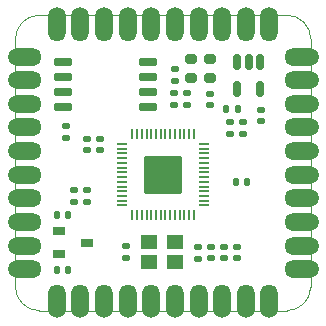
<source format=gts>
G04 #@! TF.GenerationSoftware,KiCad,Pcbnew,(6.99.0-1912-g359c99991b)*
G04 #@! TF.CreationDate,2022-08-15T10:18:15+07:00*
G04 #@! TF.ProjectId,rp2040_bento,72703230-3430-45f6-9265-6e746f2e6b69,1*
G04 #@! TF.SameCoordinates,Original*
G04 #@! TF.FileFunction,Soldermask,Top*
G04 #@! TF.FilePolarity,Negative*
%FSLAX46Y46*%
G04 Gerber Fmt 4.6, Leading zero omitted, Abs format (unit mm)*
G04 Created by KiCad (PCBNEW (6.99.0-1912-g359c99991b)) date 2022-08-15 10:18:15*
%MOMM*%
%LPD*%
G01*
G04 APERTURE LIST*
G04 Aperture macros list*
%AMRoundRect*
0 Rectangle with rounded corners*
0 $1 Rounding radius*
0 $2 $3 $4 $5 $6 $7 $8 $9 X,Y pos of 4 corners*
0 Add a 4 corners polygon primitive as box body*
4,1,4,$2,$3,$4,$5,$6,$7,$8,$9,$2,$3,0*
0 Add four circle primitives for the rounded corners*
1,1,$1+$1,$2,$3*
1,1,$1+$1,$4,$5*
1,1,$1+$1,$6,$7*
1,1,$1+$1,$8,$9*
0 Add four rect primitives between the rounded corners*
20,1,$1+$1,$2,$3,$4,$5,0*
20,1,$1+$1,$4,$5,$6,$7,0*
20,1,$1+$1,$6,$7,$8,$9,0*
20,1,$1+$1,$8,$9,$2,$3,0*%
G04 Aperture macros list end*
%ADD10RoundRect,0.150000X-0.650000X-0.150000X0.650000X-0.150000X0.650000X0.150000X-0.650000X0.150000X0*%
%ADD11C,1.500000*%
%ADD12O,1.500000X2.800000*%
%ADD13RoundRect,0.140000X-0.170000X0.140000X-0.170000X-0.140000X0.170000X-0.140000X0.170000X0.140000X0*%
%ADD14O,2.800000X1.500000*%
%ADD15RoundRect,0.140000X0.170000X-0.140000X0.170000X0.140000X-0.170000X0.140000X-0.170000X-0.140000X0*%
%ADD16RoundRect,0.200000X0.275000X-0.200000X0.275000X0.200000X-0.275000X0.200000X-0.275000X-0.200000X0*%
%ADD17RoundRect,0.140000X0.140000X0.170000X-0.140000X0.170000X-0.140000X-0.170000X0.140000X-0.170000X0*%
%ADD18RoundRect,0.135000X-0.135000X-0.185000X0.135000X-0.185000X0.135000X0.185000X-0.135000X0.185000X0*%
%ADD19R,1.000000X0.800000*%
%ADD20RoundRect,0.050000X-0.387500X-0.050000X0.387500X-0.050000X0.387500X0.050000X-0.387500X0.050000X0*%
%ADD21RoundRect,0.050000X-0.050000X-0.387500X0.050000X-0.387500X0.050000X0.387500X-0.050000X0.387500X0*%
%ADD22RoundRect,0.144000X-1.456000X-1.456000X1.456000X-1.456000X1.456000X1.456000X-1.456000X1.456000X0*%
%ADD23R,1.400000X1.200000*%
%ADD24RoundRect,0.150000X-0.150000X0.512500X-0.150000X-0.512500X0.150000X-0.512500X0.150000X0.512500X0*%
%ADD25RoundRect,0.135000X-0.185000X0.135000X-0.185000X-0.135000X0.185000X-0.135000X0.185000X0.135000X0*%
%ADD26RoundRect,0.140000X-0.140000X-0.170000X0.140000X-0.170000X0.140000X0.170000X-0.140000X0.170000X0*%
G04 #@! TA.AperFunction,Profile*
%ADD27C,0.100000*%
G04 #@! TD*
G04 APERTURE END LIST*
D10*
X11200000Y-3995000D03*
X11200000Y-5265000D03*
X11200000Y-6535000D03*
X11200000Y-7805000D03*
X4000000Y-7805000D03*
X4000000Y-6535000D03*
X4000000Y-5265000D03*
X4000000Y-3995000D03*
D11*
X21500000Y-100000D03*
D12*
X21499999Y-799999D03*
D11*
X19500000Y-100000D03*
D12*
X19499999Y-799999D03*
D11*
X17500000Y-100000D03*
D12*
X17499999Y-799999D03*
D11*
X15500000Y-100000D03*
D12*
X15499999Y-799999D03*
D11*
X13500000Y-100000D03*
D12*
X13499999Y-799999D03*
D11*
X11500000Y-100000D03*
D12*
X11499999Y-799999D03*
D11*
X9500000Y-100000D03*
D12*
X9499999Y-799999D03*
D11*
X7500000Y-100000D03*
D12*
X7499999Y-799999D03*
D11*
X5500000Y-100000D03*
D12*
X5499999Y-799999D03*
D11*
X3500000Y-100000D03*
D12*
X3499999Y-799999D03*
D13*
X7150000Y-10470000D03*
X7150000Y-11430000D03*
X13500000Y-4570000D03*
X13500000Y-5530000D03*
D11*
X100000Y-3500000D03*
D14*
X799999Y-3499999D03*
D11*
X100000Y-5500000D03*
D14*
X799999Y-5499999D03*
D11*
X100000Y-7500000D03*
D14*
X799999Y-7499999D03*
D11*
X100000Y-9500000D03*
D14*
X799999Y-9499999D03*
D11*
X100000Y-11500000D03*
D14*
X799999Y-11499999D03*
D11*
X100000Y-13500000D03*
D14*
X799999Y-13499999D03*
D11*
X100000Y-15500000D03*
D14*
X799999Y-15499999D03*
D11*
X100000Y-17500000D03*
D14*
X799999Y-17499999D03*
D11*
X100000Y-19500000D03*
D14*
X799999Y-19499999D03*
D11*
X100000Y-21500000D03*
D14*
X799999Y-21499999D03*
D13*
X17650000Y-19620000D03*
X17650000Y-20580000D03*
D15*
X18200000Y-10030000D03*
X18200000Y-9070000D03*
D16*
X14900000Y-5325000D03*
X14900000Y-3675000D03*
D17*
X4480000Y-21600000D03*
X3520000Y-21600000D03*
D18*
X17840000Y-7900000D03*
X18860000Y-7900000D03*
D19*
X3649999Y-18300000D03*
X3649999Y-20199999D03*
X6049999Y-19249999D03*
D13*
X6050000Y-14820000D03*
X6050000Y-15780000D03*
D11*
X24900000Y-21500000D03*
D14*
X24199999Y-21499999D03*
D11*
X24900000Y-19500000D03*
D14*
X24199999Y-19499999D03*
D11*
X24900000Y-17500000D03*
D14*
X24199999Y-17499999D03*
D11*
X24900000Y-15500000D03*
D14*
X24199999Y-15499999D03*
D11*
X24900000Y-13500000D03*
D14*
X24199999Y-13499999D03*
D11*
X24900000Y-11500000D03*
D14*
X24199999Y-11499999D03*
D11*
X24900000Y-9500000D03*
D14*
X24199999Y-9499999D03*
D11*
X24900000Y-7500000D03*
D14*
X24199999Y-7499999D03*
D11*
X24900000Y-5500000D03*
D14*
X24199999Y-5499999D03*
D11*
X24900000Y-3500000D03*
D14*
X24199999Y-3499999D03*
D20*
X9062500Y-10900000D03*
X9062500Y-11300000D03*
X9062500Y-11700000D03*
X9062500Y-12100000D03*
X9062500Y-12500000D03*
X9062500Y-12900000D03*
X9062500Y-13300000D03*
X9062500Y-13700000D03*
X9062500Y-14100000D03*
X9062500Y-14500000D03*
X9062500Y-14900000D03*
X9062500Y-15300000D03*
X9062500Y-15700000D03*
X9062500Y-16100000D03*
D21*
X9900000Y-16937500D03*
X10300000Y-16937500D03*
X10700000Y-16937500D03*
X11100000Y-16937500D03*
X11500000Y-16937500D03*
X11900000Y-16937500D03*
X12300000Y-16937500D03*
X12700000Y-16937500D03*
X13100000Y-16937500D03*
X13500000Y-16937500D03*
X13900000Y-16937500D03*
X14300000Y-16937500D03*
X14700000Y-16937500D03*
X15100000Y-16937500D03*
D20*
X15937500Y-16100000D03*
X15937500Y-15700000D03*
X15937500Y-15300000D03*
X15937500Y-14900000D03*
X15937500Y-14500000D03*
X15937500Y-14100000D03*
X15937500Y-13700000D03*
X15937500Y-13300000D03*
X15937500Y-12900000D03*
X15937500Y-12500000D03*
X15937500Y-12100000D03*
X15937500Y-11700000D03*
X15937500Y-11300000D03*
X15937500Y-10900000D03*
D21*
X15100000Y-10062500D03*
X14700000Y-10062500D03*
X14300000Y-10062500D03*
X13900000Y-10062500D03*
X13500000Y-10062500D03*
X13100000Y-10062500D03*
X12700000Y-10062500D03*
X12300000Y-10062500D03*
X11900000Y-10062500D03*
X11500000Y-10062500D03*
X11100000Y-10062500D03*
X10700000Y-10062500D03*
X10300000Y-10062500D03*
X9900000Y-10062500D03*
D22*
X12500000Y-13500000D03*
D23*
X13499999Y-19199999D03*
X11299999Y-19199999D03*
X11299999Y-20899999D03*
X13499999Y-20899999D03*
D15*
X19250000Y-10030000D03*
X19250000Y-9070000D03*
D24*
X20700000Y-3962500D03*
X19750000Y-3962500D03*
X18800000Y-3962500D03*
X18800000Y-6237500D03*
X20700000Y-6237500D03*
D16*
X16500000Y-5325000D03*
X16500000Y-3675000D03*
D15*
X14500000Y-7580000D03*
X14500000Y-6620000D03*
X16550000Y-20580000D03*
X16550000Y-19620000D03*
D17*
X4480000Y-16950000D03*
X3520000Y-16950000D03*
D13*
X6050000Y-10470000D03*
X6050000Y-11430000D03*
X20800000Y-8020000D03*
X20800000Y-8980000D03*
D15*
X9400000Y-20530000D03*
X9400000Y-19570000D03*
D13*
X18750000Y-19620000D03*
X18750000Y-20580000D03*
X4950000Y-14820000D03*
X4950000Y-15780000D03*
D15*
X13400000Y-7580000D03*
X13400000Y-6620000D03*
D25*
X15450000Y-19590000D03*
X15450000Y-20610000D03*
D26*
X18670000Y-14150000D03*
X19630000Y-14150000D03*
D11*
X3500000Y-24900000D03*
D12*
X3499999Y-24199999D03*
D11*
X5500000Y-24900000D03*
D12*
X5499999Y-24199999D03*
D11*
X7500000Y-24900000D03*
D12*
X7499999Y-24199999D03*
D11*
X9500000Y-24900000D03*
D12*
X9499999Y-24199999D03*
D11*
X11500000Y-24900000D03*
D12*
X11499999Y-24199999D03*
D11*
X13500000Y-24900000D03*
D12*
X13499999Y-24199999D03*
D11*
X15500000Y-24900000D03*
D12*
X15499999Y-24199999D03*
D11*
X17500000Y-24900000D03*
D12*
X17499999Y-24199999D03*
D11*
X19500000Y-24900000D03*
D12*
X19499999Y-24199999D03*
D11*
X21500000Y-24900000D03*
D12*
X21499999Y-24199999D03*
D25*
X4300000Y-9390000D03*
X4300000Y-10410000D03*
D15*
X16500000Y-7630000D03*
X16500000Y-6670000D03*
D27*
X2000000Y0D02*
X23000000Y0D01*
X25000000Y-2000000D02*
G75*
G03*
X23000000Y0I-2000000J0D01*
G01*
X2000000Y0D02*
G75*
G03*
X0Y-2000000I-1J-1999999D01*
G01*
X23000000Y-25000000D02*
G75*
G03*
X25000000Y-23000000I0J2000000D01*
G01*
X25000000Y-2000000D02*
X25000000Y-23000000D01*
X2000000Y-25000000D02*
X23000000Y-25000000D01*
X0Y-23000000D02*
G75*
G03*
X2000000Y-25000000I1999995J-5D01*
G01*
X0Y-23000000D02*
X0Y-2000000D01*
M02*

</source>
